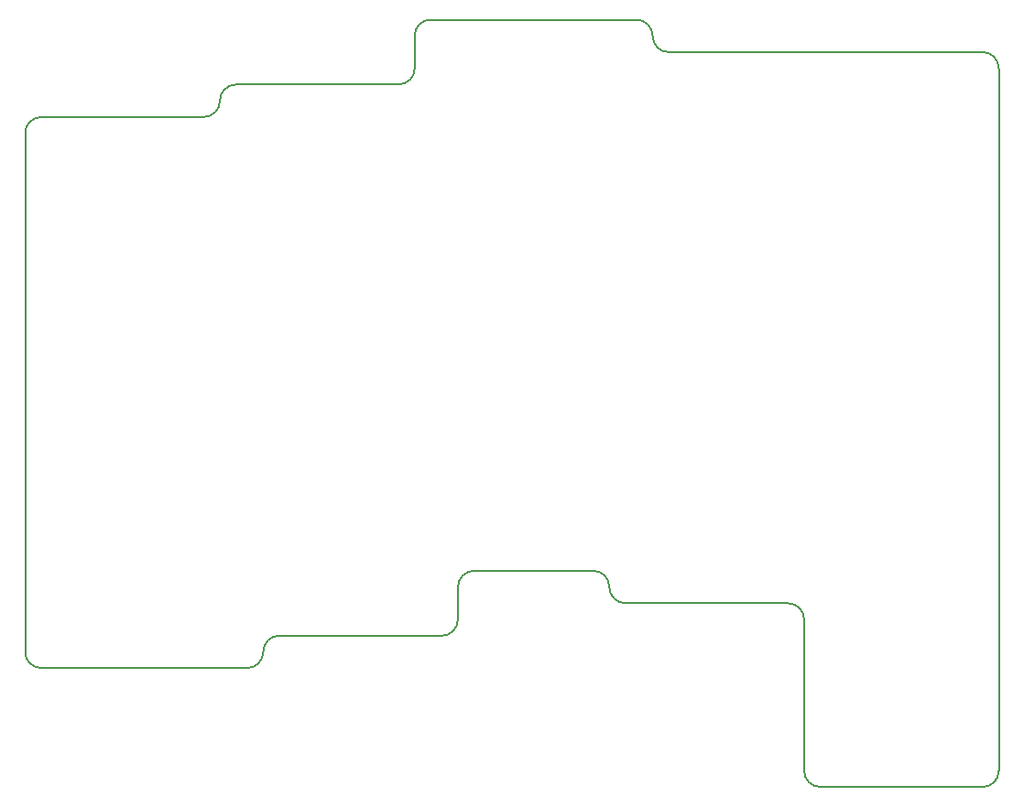
<source format=gbr>
%TF.GenerationSoftware,KiCad,Pcbnew,7.0.6-0*%
%TF.CreationDate,2023-08-01T13:26:10+08:00*%
%TF.ProjectId,right,72696768-742e-46b6-9963-61645f706362,v1.0.0*%
%TF.SameCoordinates,Original*%
%TF.FileFunction,Profile,NP*%
%FSLAX46Y46*%
G04 Gerber Fmt 4.6, Leading zero omitted, Abs format (unit mm)*
G04 Created by KiCad (PCBNEW 7.0.6-0) date 2023-08-01 13:26:10*
%MOMM*%
%LPD*%
G01*
G04 APERTURE LIST*
%TA.AperFunction,Profile*%
%ADD10C,0.150000*%
%TD*%
G04 APERTURE END LIST*
D10*
X-9510000Y-8500000D02*
X9510000Y-8500000D01*
X11000000Y-7010000D02*
X11000000Y-6990000D01*
X-11000000Y-7010000D02*
X-11000000Y41010000D01*
X5510000Y42500000D02*
X-9510000Y42500000D01*
X12490000Y-5500000D02*
X27510000Y-5500000D01*
X29000000Y-4010000D02*
X29000000Y-990000D01*
X23510000Y45500000D02*
X8490000Y45500000D01*
X7000000Y44010000D02*
X7000000Y43990000D01*
X30490000Y500000D02*
X41510000Y500000D01*
X47000000Y49990000D02*
X47000000Y50010000D01*
X45510000Y51500000D02*
X26490000Y51500000D01*
X25000000Y50010000D02*
X25000000Y46990000D01*
X44490000Y-2500000D02*
X59510000Y-2500000D01*
X43000000Y-990000D02*
X43000000Y-1010000D01*
X48490000Y48500000D02*
X77510000Y48500000D01*
X62490000Y-19500000D02*
X77510000Y-19500000D01*
X61000000Y-3990000D02*
X61000000Y-18010000D01*
X79000000Y47010000D02*
X79000000Y-18010000D01*
X9510000Y-8500000D02*
G75*
G03*
X11000000Y-7010000I0J1490000D01*
G01*
X12490000Y-5500000D02*
G75*
G03*
X11000000Y-6990000I0J-1490000D01*
G01*
X27510000Y-5500000D02*
G75*
G03*
X29000000Y-4010000I0J1490000D01*
G01*
X30490000Y500000D02*
G75*
G03*
X29000000Y-990000I0J-1490000D01*
G01*
X43000000Y-990000D02*
G75*
G03*
X41510000Y500000I-1490000J0D01*
G01*
X43000000Y-1010000D02*
G75*
G03*
X44490000Y-2500000I1490000J0D01*
G01*
X61000000Y-3990000D02*
G75*
G03*
X59510000Y-2500000I-1490000J0D01*
G01*
X61000000Y-18010000D02*
G75*
G03*
X62490000Y-19500000I1490000J0D01*
G01*
X77510000Y-19500000D02*
G75*
G03*
X79000000Y-18010000I0J1490000D01*
G01*
X79000000Y47010000D02*
G75*
G03*
X77510000Y48500000I-1490000J0D01*
G01*
X47000000Y49990000D02*
G75*
G03*
X48490000Y48500000I1490000J0D01*
G01*
X47000000Y50010000D02*
G75*
G03*
X45510000Y51500000I-1490000J0D01*
G01*
X26490000Y51500000D02*
G75*
G03*
X25000000Y50010000I0J-1490000D01*
G01*
X23510000Y45500000D02*
G75*
G03*
X25000000Y46990000I0J1490000D01*
G01*
X8490000Y45500000D02*
G75*
G03*
X7000000Y44010000I0J-1490000D01*
G01*
X5510000Y42500000D02*
G75*
G03*
X7000000Y43990000I0J1490000D01*
G01*
X-9510000Y42500000D02*
G75*
G03*
X-11000000Y41010000I0J-1490000D01*
G01*
X-11000000Y-7010000D02*
G75*
G03*
X-9510000Y-8500000I1490000J0D01*
G01*
M02*

</source>
